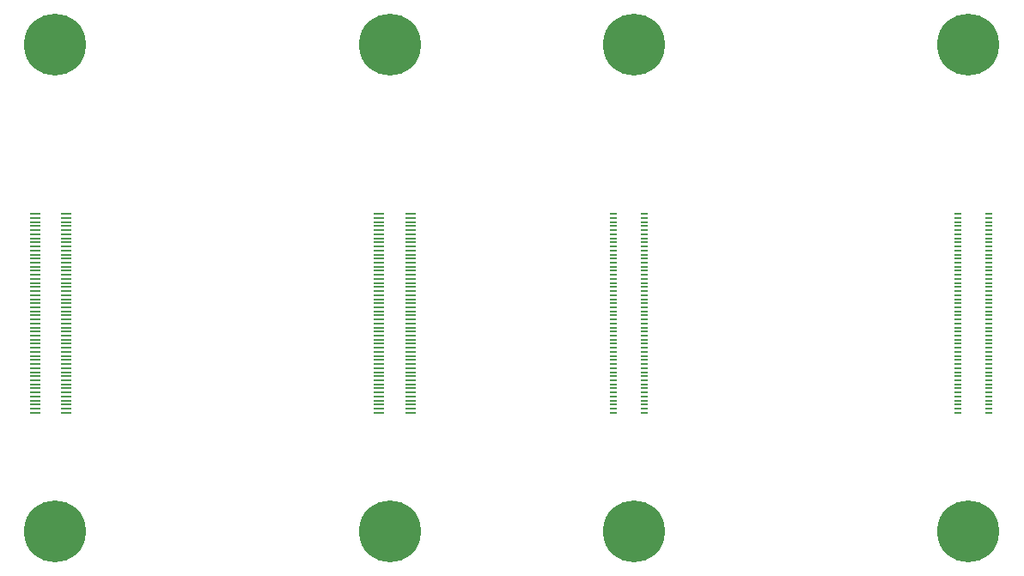
<source format=gbr>
%TF.GenerationSoftware,KiCad,Pcbnew,5.99.0-unknown-693fbf9073~128~ubuntu20.04.1*%
%TF.CreationDate,2021-05-10T18:04:37-05:00*%
%TF.ProjectId,RasPiCM4ConnectorTest,52617350-6943-44d3-9443-6f6e6e656374,rev?*%
%TF.SameCoordinates,Original*%
%TF.FileFunction,Soldermask,Top*%
%TF.FilePolarity,Negative*%
%FSLAX46Y46*%
G04 Gerber Fmt 4.6, Leading zero omitted, Abs format (unit mm)*
G04 Created by KiCad (PCBNEW 5.99.0-unknown-693fbf9073~128~ubuntu20.04.1) date 2021-05-10 18:04:37*
%MOMM*%
%LPD*%
G01*
G04 APERTURE LIST*
%ADD10C,6.100000*%
%ADD11R,0.700000X0.200000*%
%ADD12R,1.000000X0.220000*%
G04 APERTURE END LIST*
D10*
%TO.C,Module2*%
X174460000Y-76500000D03*
X141460000Y-76500000D03*
X174460000Y-124500000D03*
X141460000Y-124500000D03*
D11*
X176460000Y-112800000D03*
X173380000Y-112800000D03*
X176460000Y-112400000D03*
X173380000Y-112400000D03*
X176460000Y-112000000D03*
X173380000Y-112000000D03*
X176460000Y-111600000D03*
X173380000Y-111600000D03*
X176460000Y-111200000D03*
X173380000Y-111200000D03*
X176460000Y-110800000D03*
X173380000Y-110800000D03*
X176460000Y-110400000D03*
X173380000Y-110400000D03*
X176460000Y-110000000D03*
X173380000Y-110000000D03*
X176460000Y-109600000D03*
X173380000Y-109600000D03*
X176460000Y-109200000D03*
X173380000Y-109200000D03*
X176460000Y-108800000D03*
X173380000Y-108800000D03*
X176460000Y-108400000D03*
X173380000Y-108400000D03*
X176460000Y-108000000D03*
X173380000Y-108000000D03*
X176460000Y-107600000D03*
X173380000Y-107600000D03*
X176460000Y-107200000D03*
X173380000Y-107200000D03*
X176460000Y-106800000D03*
X173380000Y-106800000D03*
X176460000Y-106400000D03*
X173380000Y-106400000D03*
X176460000Y-106000000D03*
X173380000Y-106000000D03*
X176460000Y-105600000D03*
X173380000Y-105600000D03*
X176460000Y-105200000D03*
X173380000Y-105200000D03*
X176460000Y-104800000D03*
X173380000Y-104800000D03*
X176460000Y-104400000D03*
X173380000Y-104400000D03*
X176460000Y-104000000D03*
X173380000Y-104000000D03*
X176460000Y-103600000D03*
X173380000Y-103600000D03*
X176460000Y-103200000D03*
X173380000Y-103200000D03*
X176460000Y-102800000D03*
X173380000Y-102800000D03*
X176460000Y-102400000D03*
X173380000Y-102400000D03*
X176460000Y-102000000D03*
X173380000Y-102000000D03*
X176460000Y-101600000D03*
X173380000Y-101600000D03*
X176460000Y-101200000D03*
X173380000Y-101200000D03*
X176460000Y-100800000D03*
X173380000Y-100800000D03*
X176460000Y-100400000D03*
X173380000Y-100400000D03*
X176460000Y-100000000D03*
X173380000Y-100000000D03*
X176460000Y-99600000D03*
X173380000Y-99600000D03*
X176460000Y-99200000D03*
X173380000Y-99200000D03*
X176460000Y-98800000D03*
X173380000Y-98800000D03*
X176460000Y-98400000D03*
X173380000Y-98400000D03*
X176460000Y-98000000D03*
X173380000Y-98000000D03*
X176460000Y-97600000D03*
X173380000Y-97600000D03*
X176460000Y-97200000D03*
X173380000Y-97200000D03*
X176460000Y-96800000D03*
X173380000Y-96800000D03*
X176460000Y-96400000D03*
X173380000Y-96400000D03*
X176460000Y-96000000D03*
X173380000Y-96000000D03*
X176460000Y-95600000D03*
X173380000Y-95600000D03*
X176460000Y-95200000D03*
X173380000Y-95200000D03*
X176460000Y-94800000D03*
X173380000Y-94800000D03*
X176460000Y-94400000D03*
X173380000Y-94400000D03*
X176460000Y-94000000D03*
X173380000Y-94000000D03*
X176460000Y-93600000D03*
X173380000Y-93600000D03*
X176460000Y-93200000D03*
X173380000Y-93200000D03*
X142540000Y-112800000D03*
X139460000Y-112800000D03*
X142540000Y-112400000D03*
X139460000Y-112400000D03*
X142540000Y-112000000D03*
X139460000Y-112000000D03*
X142540000Y-111600000D03*
X139460000Y-111600000D03*
X142540000Y-111200000D03*
X139460000Y-111200000D03*
X142540000Y-110800000D03*
X139460000Y-110800000D03*
X142540000Y-110400000D03*
X139460000Y-110400000D03*
X142540000Y-110000000D03*
X139460000Y-110000000D03*
X142540000Y-109600000D03*
X139460000Y-109600000D03*
X142540000Y-109200000D03*
X139460000Y-109200000D03*
X142540000Y-108800000D03*
X139460000Y-108800000D03*
X142540000Y-108400000D03*
X139460000Y-108400000D03*
X142540000Y-108000000D03*
X139460000Y-108000000D03*
X142540000Y-107600000D03*
X139460000Y-107600000D03*
X142540000Y-107200000D03*
X139460000Y-107200000D03*
X142540000Y-106800000D03*
X139460000Y-106800000D03*
X142540000Y-106400000D03*
X139460000Y-106400000D03*
X142540000Y-106000000D03*
X139460000Y-106000000D03*
X142540000Y-105600000D03*
X139460000Y-105600000D03*
X142540000Y-105200000D03*
X139460000Y-105200000D03*
X142540000Y-104800000D03*
X139460000Y-104800000D03*
X142540000Y-104400000D03*
X139460000Y-104400000D03*
X142540000Y-104000000D03*
X139460000Y-104000000D03*
X142540000Y-103600000D03*
X139460000Y-103600000D03*
X142540000Y-103200000D03*
X139460000Y-103200000D03*
X142540000Y-102800000D03*
X139460000Y-102800000D03*
X142540000Y-102400000D03*
X139460000Y-102400000D03*
X142540000Y-102000000D03*
X139460000Y-102000000D03*
X142540000Y-101600000D03*
X139460000Y-101600000D03*
X142540000Y-101200000D03*
X139460000Y-101200000D03*
X142540000Y-100800000D03*
X139460000Y-100800000D03*
X142540000Y-100400000D03*
X139460000Y-100400000D03*
X142540000Y-100000000D03*
X139460000Y-100000000D03*
X142540000Y-99600000D03*
X139460000Y-99600000D03*
X142540000Y-99200000D03*
X139460000Y-99200000D03*
X142540000Y-98800000D03*
X139460000Y-98800000D03*
X142540000Y-98400000D03*
X139460000Y-98400000D03*
X142540000Y-98000000D03*
X139460000Y-98000000D03*
X142540000Y-97600000D03*
X139460000Y-97600000D03*
X142540000Y-97200000D03*
X139460000Y-97200000D03*
X142540000Y-96800000D03*
X139460000Y-96800000D03*
X142540000Y-96400000D03*
X139460000Y-96400000D03*
X142540000Y-96000000D03*
X139460000Y-96000000D03*
X142540000Y-95600000D03*
X139460000Y-95600000D03*
X142540000Y-95200000D03*
X139460000Y-95200000D03*
X142540000Y-94800000D03*
X139460000Y-94800000D03*
X142540000Y-94400000D03*
X139460000Y-94400000D03*
X142540000Y-94000000D03*
X139460000Y-94000000D03*
X142540000Y-93600000D03*
X139460000Y-93600000D03*
X142540000Y-93200000D03*
X139460000Y-93200000D03*
%TD*%
D10*
%TO.C,Module1*%
X84460000Y-124500000D03*
X117460000Y-76500000D03*
X117460000Y-124500000D03*
X84460000Y-76500000D03*
D12*
X82460000Y-93200000D03*
X85540000Y-93200000D03*
X82460000Y-93600000D03*
X85540000Y-93600000D03*
X82460000Y-94000000D03*
X85540000Y-94000000D03*
X82460000Y-94400000D03*
X85540000Y-94400000D03*
X82460000Y-94800000D03*
X85540000Y-94800000D03*
X82460000Y-95200000D03*
X85540000Y-95200000D03*
X82460000Y-95600000D03*
X85540000Y-95600000D03*
X82460000Y-96000000D03*
X85540000Y-96000000D03*
X82460000Y-96400000D03*
X85540000Y-96400000D03*
X82460000Y-96800000D03*
X85540000Y-96800000D03*
X82460000Y-97200000D03*
X85540000Y-97200000D03*
X82460000Y-97600000D03*
X85540000Y-97600000D03*
X82460000Y-98000000D03*
X85540000Y-98000000D03*
X82460000Y-98400000D03*
X85540000Y-98400000D03*
X82460000Y-98800000D03*
X85540000Y-98800000D03*
X82460000Y-99200000D03*
X85540000Y-99200000D03*
X82460000Y-99600000D03*
X85540000Y-99600000D03*
X82460000Y-100000000D03*
X85540000Y-100000000D03*
X82460000Y-100400000D03*
X85540000Y-100400000D03*
X82460000Y-100800000D03*
X85540000Y-100800000D03*
X82460000Y-101200000D03*
X85540000Y-101200000D03*
X82460000Y-101600000D03*
X85540000Y-101600000D03*
X82460000Y-102000000D03*
X85540000Y-102000000D03*
X82460000Y-102400000D03*
X85540000Y-102400000D03*
X82460000Y-102800000D03*
X85540000Y-102800000D03*
X82460000Y-103200000D03*
X85540000Y-103200000D03*
X82460000Y-103600000D03*
X85540000Y-103600000D03*
X82460000Y-104000000D03*
X85540000Y-104000000D03*
X82460000Y-104400000D03*
X85540000Y-104400000D03*
X82460000Y-104800000D03*
X85540000Y-104800000D03*
X82460000Y-105200000D03*
X85540000Y-105200000D03*
X82460000Y-105600000D03*
X85540000Y-105600000D03*
X82460000Y-106000000D03*
X85540000Y-106000000D03*
X82460000Y-106400000D03*
X85540000Y-106400000D03*
X82460000Y-106800000D03*
X85540000Y-106800000D03*
X82460000Y-107200000D03*
X85540000Y-107200000D03*
X82460000Y-107600000D03*
X85540000Y-107600000D03*
X82460000Y-108000000D03*
X85540000Y-108000000D03*
X82460000Y-108400000D03*
X85540000Y-108400000D03*
X82460000Y-108800000D03*
X85540000Y-108800000D03*
X82460000Y-109200000D03*
X85540000Y-109200000D03*
X82460000Y-109600000D03*
X85540000Y-109600000D03*
X82460000Y-110000000D03*
X85540000Y-110000000D03*
X82460000Y-110400000D03*
X85540000Y-110400000D03*
X82460000Y-110800000D03*
X85540000Y-110800000D03*
X82460000Y-111200000D03*
X85540000Y-111200000D03*
X82460000Y-111600000D03*
X85540000Y-111600000D03*
X82460000Y-112000000D03*
X85540000Y-112000000D03*
X82460000Y-112400000D03*
X85540000Y-112400000D03*
X82460000Y-112800000D03*
X85540000Y-112800000D03*
X116380000Y-93200000D03*
X119460000Y-93200000D03*
X116380000Y-93600000D03*
X119460000Y-93600000D03*
X116380000Y-94000000D03*
X119460000Y-94000000D03*
X116380000Y-94400000D03*
X119460000Y-94400000D03*
X116380000Y-94800000D03*
X119460000Y-94800000D03*
X116380000Y-95200000D03*
X119460000Y-95200000D03*
X116380000Y-95600000D03*
X119460000Y-95600000D03*
X116380000Y-96000000D03*
X119460000Y-96000000D03*
X116380000Y-96400000D03*
X119460000Y-96400000D03*
X116380000Y-96800000D03*
X119460000Y-96800000D03*
X116380000Y-97200000D03*
X119460000Y-97200000D03*
X116380000Y-97600000D03*
X119460000Y-97600000D03*
X116380000Y-98000000D03*
X119460000Y-98000000D03*
X116380000Y-98400000D03*
X119460000Y-98400000D03*
X116380000Y-98800000D03*
X119460000Y-98800000D03*
X116380000Y-99200000D03*
X119460000Y-99200000D03*
X116380000Y-99600000D03*
X119460000Y-99600000D03*
X116380000Y-100000000D03*
X119460000Y-100000000D03*
X116380000Y-100400000D03*
X119460000Y-100400000D03*
X116380000Y-100800000D03*
X119460000Y-100800000D03*
X116380000Y-101200000D03*
X119460000Y-101200000D03*
X116380000Y-101600000D03*
X119460000Y-101600000D03*
X116380000Y-102000000D03*
X119460000Y-102000000D03*
X116380000Y-102400000D03*
X119460000Y-102400000D03*
X116380000Y-102800000D03*
X119460000Y-102800000D03*
X116380000Y-103200000D03*
X119460000Y-103200000D03*
X116380000Y-103600000D03*
X119460000Y-103600000D03*
X116380000Y-104000000D03*
X119460000Y-104000000D03*
X116380000Y-104400000D03*
X119460000Y-104400000D03*
X116380000Y-104800000D03*
X119460000Y-104800000D03*
X116380000Y-105200000D03*
X119460000Y-105200000D03*
X116380000Y-105600000D03*
X119460000Y-105600000D03*
X116380000Y-106000000D03*
X119460000Y-106000000D03*
X116380000Y-106400000D03*
X119460000Y-106400000D03*
X116380000Y-106800000D03*
X119460000Y-106800000D03*
X116380000Y-107200000D03*
X119460000Y-107200000D03*
X116380000Y-107600000D03*
X119460000Y-107600000D03*
X116380000Y-108000000D03*
X119460000Y-108000000D03*
X116380000Y-108400000D03*
X119460000Y-108400000D03*
X116380000Y-108800000D03*
X119460000Y-108800000D03*
X116380000Y-109200000D03*
X119460000Y-109200000D03*
X116380000Y-109600000D03*
X119460000Y-109600000D03*
X116380000Y-110000000D03*
X119460000Y-110000000D03*
X116380000Y-110400000D03*
X119460000Y-110400000D03*
X116380000Y-110800000D03*
X119460000Y-110800000D03*
X116380000Y-111200000D03*
X119460000Y-111200000D03*
X116380000Y-111600000D03*
X119460000Y-111600000D03*
X116380000Y-112000000D03*
X119460000Y-112000000D03*
X116380000Y-112400000D03*
X119460000Y-112400000D03*
X116380000Y-112800000D03*
X119460000Y-112800000D03*
%TD*%
M02*

</source>
